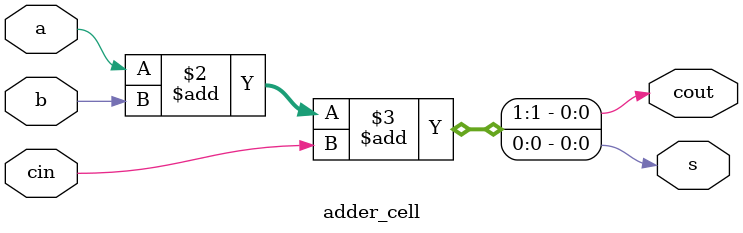
<source format=v>
module adder_cell(a,b,cin,s,cout);
	input wire a,b,cin;
	output reg s,cout;
    always @(*) begin
        {cout,s} = a + b + cin;
    end
endmodule

</source>
